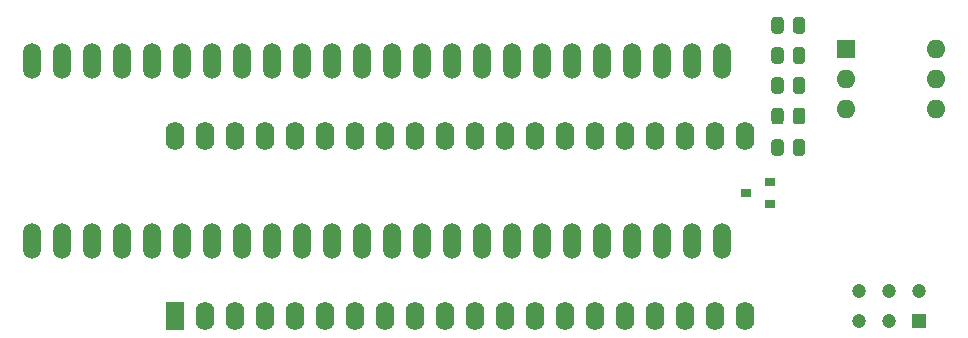
<source format=gbr>
%TF.GenerationSoftware,KiCad,Pcbnew,5.1.10*%
%TF.CreationDate,2022-01-31T09:35:24+01:00*%
%TF.ProjectId,27C160_Adapter,32374331-3630-45f4-9164-61707465722e,1.1SMD*%
%TF.SameCoordinates,Original*%
%TF.FileFunction,Soldermask,Bot*%
%TF.FilePolarity,Negative*%
%FSLAX46Y46*%
G04 Gerber Fmt 4.6, Leading zero omitted, Abs format (unit mm)*
G04 Created by KiCad (PCBNEW 5.1.10) date 2022-01-31 09:35:24*
%MOMM*%
%LPD*%
G01*
G04 APERTURE LIST*
%ADD10O,1.506220X3.014980*%
%ADD11O,1.600000X2.400000*%
%ADD12R,1.600000X2.400000*%
%ADD13C,1.200000*%
%ADD14R,1.200000X1.200000*%
%ADD15O,1.600000X1.600000*%
%ADD16R,1.600000X1.600000*%
%ADD17R,0.900000X0.800000*%
G04 APERTURE END LIST*
D10*
%TO.C,ZX1*%
X118021100Y-88493600D03*
X120561100Y-88493600D03*
X123101100Y-88493600D03*
X125641100Y-88493600D03*
X128181100Y-88493600D03*
X130721100Y-88493600D03*
X133261100Y-88493600D03*
X135801100Y-88493600D03*
X138341100Y-88493600D03*
X140881100Y-88493600D03*
X143421100Y-88493600D03*
X145961100Y-88493600D03*
X148501100Y-88493600D03*
X151041100Y-88493600D03*
X153581100Y-88493600D03*
X156121100Y-88493600D03*
X158661100Y-88493600D03*
X161201100Y-88493600D03*
X163741100Y-88493600D03*
X166281100Y-88493600D03*
X168821100Y-88493600D03*
X171361100Y-88493600D03*
X173901100Y-88493600D03*
X176441100Y-88493600D03*
X176441100Y-103733600D03*
X173901100Y-103733600D03*
X171361100Y-103733600D03*
X168821100Y-103733600D03*
X166281100Y-103733600D03*
X163741100Y-103733600D03*
X161201100Y-103733600D03*
X158661100Y-103733600D03*
X156121100Y-103733600D03*
X153581100Y-103733600D03*
X151041100Y-103733600D03*
X148501100Y-103733600D03*
X145961100Y-103733600D03*
X143421100Y-103733600D03*
X140881100Y-103733600D03*
X138341100Y-103733600D03*
X135801100Y-103733600D03*
X133261100Y-103733600D03*
X130721100Y-103733600D03*
X128181100Y-103733600D03*
X125641100Y-103733600D03*
X123101100Y-103733600D03*
X120561100Y-103733600D03*
X118021100Y-103733600D03*
%TD*%
D11*
%TO.C,U1*%
X130110000Y-94790000D03*
X178370000Y-110030000D03*
X132650000Y-94790000D03*
X175830000Y-110030000D03*
X135190000Y-94790000D03*
X173290000Y-110030000D03*
X137730000Y-94790000D03*
X170750000Y-110030000D03*
X140270000Y-94790000D03*
X168210000Y-110030000D03*
X142810000Y-94790000D03*
X165670000Y-110030000D03*
X145350000Y-94790000D03*
X163130000Y-110030000D03*
X147890000Y-94790000D03*
X160590000Y-110030000D03*
X150430000Y-94790000D03*
X158050000Y-110030000D03*
X152970000Y-94790000D03*
X155510000Y-110030000D03*
X155510000Y-94790000D03*
X152970000Y-110030000D03*
X158050000Y-94790000D03*
X150430000Y-110030000D03*
X160590000Y-94790000D03*
X147890000Y-110030000D03*
X163130000Y-94790000D03*
X145350000Y-110030000D03*
X165670000Y-94790000D03*
X142810000Y-110030000D03*
X168210000Y-94790000D03*
X140270000Y-110030000D03*
X170750000Y-94790000D03*
X137730000Y-110030000D03*
X173290000Y-94790000D03*
X135190000Y-110030000D03*
X175830000Y-94790000D03*
X132650000Y-110030000D03*
X178370000Y-94790000D03*
D12*
X130110000Y-110030000D03*
%TD*%
D13*
%TO.C,SW1*%
X188060000Y-107940000D03*
X188060000Y-110480000D03*
X190600000Y-107940000D03*
X190600000Y-110480000D03*
X193140000Y-107940000D03*
D14*
X193140000Y-110480000D03*
%TD*%
D15*
%TO.C,SW2*%
X194560000Y-87440000D03*
X186940000Y-92520000D03*
X194560000Y-89980000D03*
X186940000Y-89980000D03*
X194560000Y-92520000D03*
D16*
X186940000Y-87440000D03*
%TD*%
%TO.C,R5*%
G36*
G01*
X182456400Y-96240001D02*
X182456400Y-95339999D01*
G75*
G02*
X182706399Y-95090000I249999J0D01*
G01*
X183231401Y-95090000D01*
G75*
G02*
X183481400Y-95339999I0J-249999D01*
G01*
X183481400Y-96240001D01*
G75*
G02*
X183231401Y-96490000I-249999J0D01*
G01*
X182706399Y-96490000D01*
G75*
G02*
X182456400Y-96240001I0J249999D01*
G01*
G37*
G36*
G01*
X180631400Y-96240001D02*
X180631400Y-95339999D01*
G75*
G02*
X180881399Y-95090000I249999J0D01*
G01*
X181406401Y-95090000D01*
G75*
G02*
X181656400Y-95339999I0J-249999D01*
G01*
X181656400Y-96240001D01*
G75*
G02*
X181406401Y-96490000I-249999J0D01*
G01*
X180881399Y-96490000D01*
G75*
G02*
X180631400Y-96240001I0J249999D01*
G01*
G37*
%TD*%
%TO.C,R4*%
G36*
G01*
X182456400Y-93570001D02*
X182456400Y-92669999D01*
G75*
G02*
X182706399Y-92420000I249999J0D01*
G01*
X183231401Y-92420000D01*
G75*
G02*
X183481400Y-92669999I0J-249999D01*
G01*
X183481400Y-93570001D01*
G75*
G02*
X183231401Y-93820000I-249999J0D01*
G01*
X182706399Y-93820000D01*
G75*
G02*
X182456400Y-93570001I0J249999D01*
G01*
G37*
G36*
G01*
X180631400Y-93570001D02*
X180631400Y-92669999D01*
G75*
G02*
X180881399Y-92420000I249999J0D01*
G01*
X181406401Y-92420000D01*
G75*
G02*
X181656400Y-92669999I0J-249999D01*
G01*
X181656400Y-93570001D01*
G75*
G02*
X181406401Y-93820000I-249999J0D01*
G01*
X180881399Y-93820000D01*
G75*
G02*
X180631400Y-93570001I0J249999D01*
G01*
G37*
%TD*%
%TO.C,R3*%
G36*
G01*
X181656400Y-90079999D02*
X181656400Y-90980001D01*
G75*
G02*
X181406401Y-91230000I-249999J0D01*
G01*
X180881399Y-91230000D01*
G75*
G02*
X180631400Y-90980001I0J249999D01*
G01*
X180631400Y-90079999D01*
G75*
G02*
X180881399Y-89830000I249999J0D01*
G01*
X181406401Y-89830000D01*
G75*
G02*
X181656400Y-90079999I0J-249999D01*
G01*
G37*
G36*
G01*
X183481400Y-90079999D02*
X183481400Y-90980001D01*
G75*
G02*
X183231401Y-91230000I-249999J0D01*
G01*
X182706399Y-91230000D01*
G75*
G02*
X182456400Y-90980001I0J249999D01*
G01*
X182456400Y-90079999D01*
G75*
G02*
X182706399Y-89830000I249999J0D01*
G01*
X183231401Y-89830000D01*
G75*
G02*
X183481400Y-90079999I0J-249999D01*
G01*
G37*
%TD*%
%TO.C,R2*%
G36*
G01*
X181656400Y-87539999D02*
X181656400Y-88440001D01*
G75*
G02*
X181406401Y-88690000I-249999J0D01*
G01*
X180881399Y-88690000D01*
G75*
G02*
X180631400Y-88440001I0J249999D01*
G01*
X180631400Y-87539999D01*
G75*
G02*
X180881399Y-87290000I249999J0D01*
G01*
X181406401Y-87290000D01*
G75*
G02*
X181656400Y-87539999I0J-249999D01*
G01*
G37*
G36*
G01*
X183481400Y-87539999D02*
X183481400Y-88440001D01*
G75*
G02*
X183231401Y-88690000I-249999J0D01*
G01*
X182706399Y-88690000D01*
G75*
G02*
X182456400Y-88440001I0J249999D01*
G01*
X182456400Y-87539999D01*
G75*
G02*
X182706399Y-87290000I249999J0D01*
G01*
X183231401Y-87290000D01*
G75*
G02*
X183481400Y-87539999I0J-249999D01*
G01*
G37*
%TD*%
%TO.C,R1*%
G36*
G01*
X181656400Y-84993899D02*
X181656400Y-85893901D01*
G75*
G02*
X181406401Y-86143900I-249999J0D01*
G01*
X180881399Y-86143900D01*
G75*
G02*
X180631400Y-85893901I0J249999D01*
G01*
X180631400Y-84993899D01*
G75*
G02*
X180881399Y-84743900I249999J0D01*
G01*
X181406401Y-84743900D01*
G75*
G02*
X181656400Y-84993899I0J-249999D01*
G01*
G37*
G36*
G01*
X183481400Y-84993899D02*
X183481400Y-85893901D01*
G75*
G02*
X183231401Y-86143900I-249999J0D01*
G01*
X182706399Y-86143900D01*
G75*
G02*
X182456400Y-85893901I0J249999D01*
G01*
X182456400Y-84993899D01*
G75*
G02*
X182706399Y-84743900I249999J0D01*
G01*
X183231401Y-84743900D01*
G75*
G02*
X183481400Y-84993899I0J-249999D01*
G01*
G37*
%TD*%
D17*
%TO.C,Q1*%
X178470000Y-99640000D03*
X180470000Y-100590000D03*
X180470000Y-98690000D03*
%TD*%
M02*

</source>
